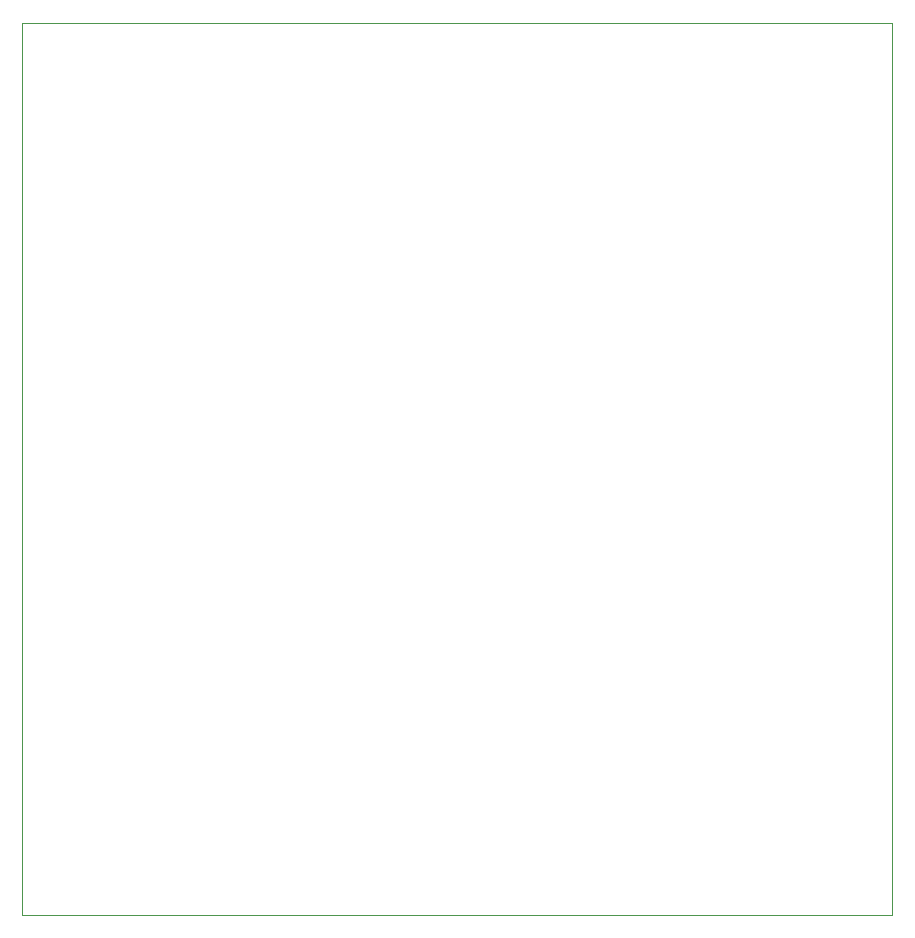
<source format=gm1>
%TF.GenerationSoftware,KiCad,Pcbnew,6.0.11+dfsg-1*%
%TF.CreationDate,2024-04-14T00:28:14-04:00*%
%TF.ProjectId,MainPCBV1,4d61696e-5043-4425-9631-2e6b69636164,rev?*%
%TF.SameCoordinates,Original*%
%TF.FileFunction,Profile,NP*%
%FSLAX45Y45*%
G04 Gerber Fmt 4.5, Leading zero omitted, Abs format (unit mm)*
G04 Created by KiCad (PCBNEW 6.0.11+dfsg-1) date 2024-04-14 00:28:14*
%MOMM*%
%LPD*%
G01*
G04 APERTURE LIST*
%TA.AperFunction,Profile*%
%ADD10C,0.100000*%
%TD*%
G04 APERTURE END LIST*
D10*
X8636000Y-7620000D02*
X16002000Y-7620000D01*
X16002000Y-7620000D02*
X16002000Y-15176500D01*
X16002000Y-15176500D02*
X8636000Y-15176500D01*
X8636000Y-15176500D02*
X8636000Y-7620000D01*
M02*

</source>
